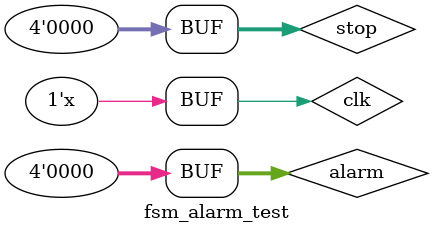
<source format=v>
`timescale 1ns / 1ps

module fsm_alarm_test();
    reg clk;
    reg [3:0]alarm;
    reg [3:0]stop;
    wire [3:0] alarming;
    FSM fsm(
        .CLK(clk),
        .ALARM(alarm),
        .STOP(stop),
        .ALARMING(alarming)
    );
    always #5 clk = ~clk;
    initial begin
        clk = 0;
        alarm = 0;
        stop = 0;
        #15 alarm[0] = 1;
        #10 alarm[0] = 0;
        #10 alarm[1] = 1;
        #10 alarm[1] = 0;
        #100 stop[0] = 1;
        #10 stop[0] = 0; 
        #30 stop[1] = 1;
        #10 stop[1] = 0;
    end
endmodule

</source>
